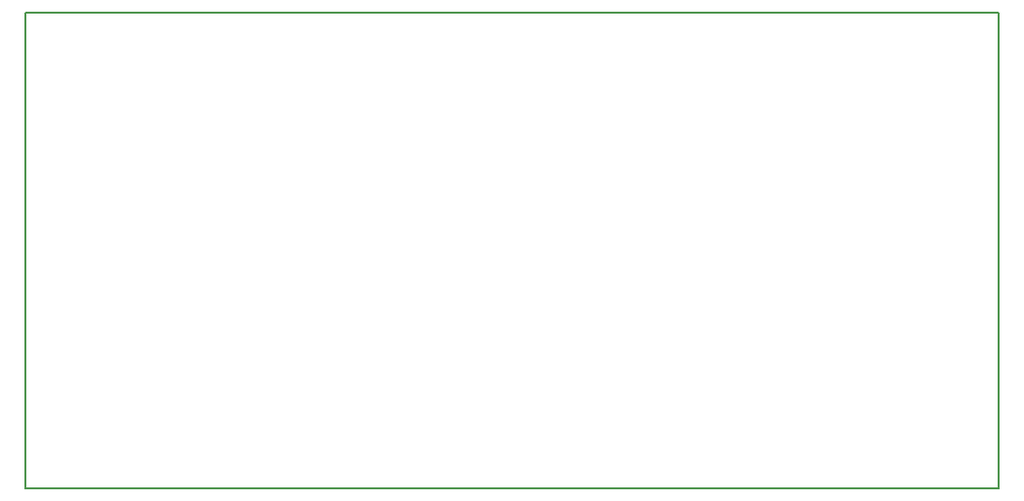
<source format=gbr>
G04 #@! TF.GenerationSoftware,KiCad,Pcbnew,(5.0.1-3-g963ef8bb5)*
G04 #@! TF.CreationDate,2020-05-21T20:41:20+01:00*
G04 #@! TF.ProjectId,Acorn_POST,41636F726E5F504F53542E6B69636164,rev?*
G04 #@! TF.SameCoordinates,Original*
G04 #@! TF.FileFunction,Profile,NP*
%FSLAX46Y46*%
G04 Gerber Fmt 4.6, Leading zero omitted, Abs format (unit mm)*
G04 Created by KiCad (PCBNEW (5.0.1-3-g963ef8bb5)) date Thursday, 21 May 2020 at 20:41:20*
%MOMM*%
%LPD*%
G01*
G04 APERTURE LIST*
%ADD10C,0.150000*%
G04 APERTURE END LIST*
D10*
X184785000Y-73025000D02*
X100330000Y-73025000D01*
X184785000Y-114300000D02*
X184785000Y-73025000D01*
X100330000Y-114300000D02*
X184785000Y-114300000D01*
X100330000Y-73025000D02*
X100330000Y-114300000D01*
M02*

</source>
